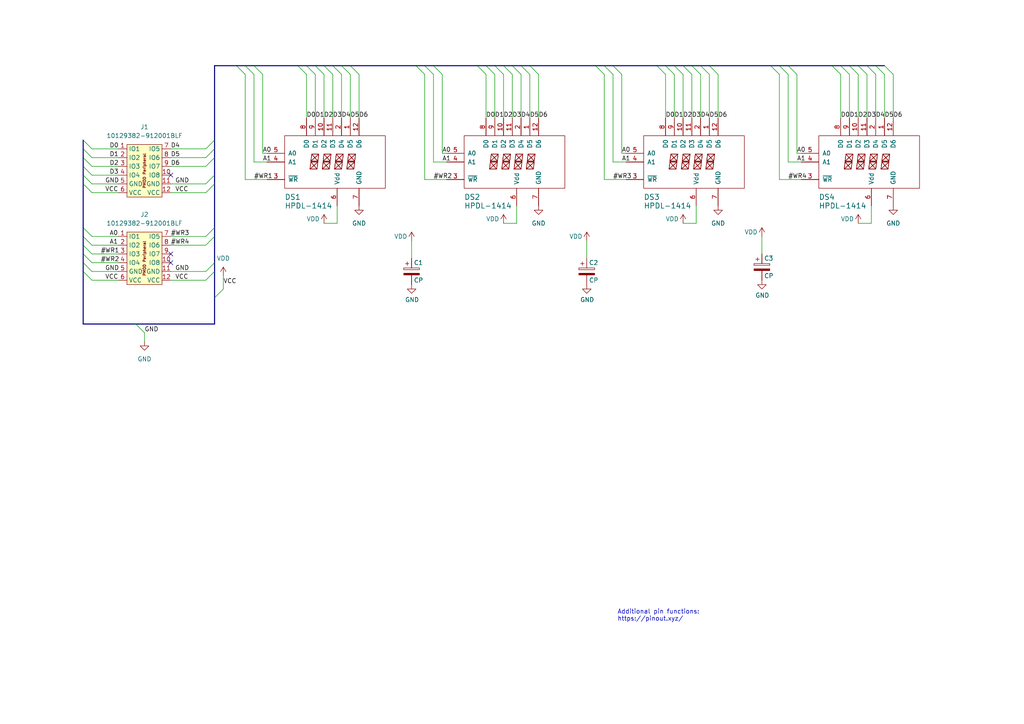
<source format=kicad_sch>
(kicad_sch (version 20230121) (generator eeschema)
  (paper "A4")
  (title_block (date "15 nov 2012"))
  (lib_symbols
    (symbol "Device:CP" (pin_numbers hide) (pin_names (offset 0.254))
      (property "Reference" "C" (at 0.635 2.54 0))
      (property "Value" "Device_CP" (at 0.635 -2.54 0))
      (symbol "CP_0_1"
        (rectangle (start -2.286 0.508) (end 2.286 1.016))
        (polyline (pts (xy -1.778 2.286) (xy -0.762 2.286)))
        (polyline (pts (xy -1.27 2.794) (xy -1.27 1.778)))
        (rectangle (start 2.286 -0.508) (end -2.286 -1.016) (fill (type outline)))
      )
      (symbol "CP_1_1"
        (pin passive line (at 0 3.81 270) (length 2.794) (name "~") (number "1"))
        (pin passive line (at 0 -3.81 90) (length 2.794) (name "~") (number "2"))
      )
    )
    (symbol "hpdl-1414:HPDL-1414" (pin_names (offset 1.016))
      (property "Reference" "DS" (at 20.32 -2.54 0))
      (property "Value" "HPDL-1414" (at 24.13 -6.35 0))
      (symbol "HPDL-1414_0_1"
        (rectangle (start -13.97 7.62) (end 15.24 -7.62))
        (polyline (pts (xy -6.35 0) (xy -4.572 -2.032)))
        (polyline (pts (xy -6.35 0) (xy -4.572 -2.032)))
        (polyline (pts (xy -6.096 2.286) (xy -4.318 0.254)))
        (polyline (pts (xy -6.096 2.286) (xy -4.318 0.254)))
        (polyline (pts (xy -4.318 0) (xy -6.604 -2.032)))
        (polyline (pts (xy -4.318 0) (xy -6.604 -2.032)))
        (polyline (pts (xy -4.064 2.286) (xy -6.35 0.254)))
        (polyline (pts (xy -4.064 2.286) (xy -6.35 0.254)))
        (polyline (pts (xy -2.794 0) (xy -1.016 -2.032)))
        (polyline (pts (xy -2.794 0) (xy -1.016 -2.032)))
        (polyline (pts (xy -2.54 2.286) (xy -0.762 0.254)))
        (polyline (pts (xy -2.54 2.286) (xy -0.762 0.254)))
        (polyline (pts (xy -0.762 0) (xy -3.048 -2.032)))
        (polyline (pts (xy -0.762 0) (xy -3.048 -2.032)))
        (polyline (pts (xy -0.508 2.286) (xy -2.794 0.254)))
        (polyline (pts (xy -0.508 2.286) (xy -2.794 0.254)))
        (polyline (pts (xy 0.762 0) (xy 2.54 -2.032)))
        (polyline (pts (xy 0.762 0) (xy 2.54 -2.032)))
        (polyline (pts (xy 1.016 2.286) (xy 2.794 0.254)))
        (polyline (pts (xy 1.016 2.286) (xy 2.794 0.254)))
        (polyline (pts (xy 2.794 0) (xy 0.508 -2.032)))
        (polyline (pts (xy 2.794 0) (xy 0.508 -2.032)))
        (polyline (pts (xy 3.048 2.286) (xy 0.762 0.254)))
        (polyline (pts (xy 3.048 2.286) (xy 0.762 0.254)))
        (polyline (pts (xy 4.318 0) (xy 6.096 -2.032)))
        (polyline (pts (xy 4.318 0) (xy 6.096 -2.032)))
        (polyline (pts (xy 4.572 2.286) (xy 6.35 0.254)))
        (polyline (pts (xy 4.572 2.286) (xy 6.35 0.254)))
        (polyline (pts (xy 6.35 0) (xy 4.064 -2.032)))
        (polyline (pts (xy 6.35 0) (xy 4.064 -2.032)))
        (polyline (pts (xy 6.604 2.286) (xy 4.318 0.254)))
        (polyline (pts (xy 6.604 2.286) (xy 4.318 0.254)))
        (polyline (pts (xy -6.35 0) (xy -4.318 0) (xy -4.572 -2.032) (xy -6.604 -2.032) (xy -6.35 0)))
        (polyline (pts (xy -6.35 0) (xy -4.318 0) (xy -4.572 -2.032) (xy -6.604 -2.032) (xy -6.35 0)))
        (polyline (pts (xy -6.096 2.286) (xy -4.064 2.286) (xy -4.318 0.254) (xy -6.35 0.254) (xy -6.096 2.286)))
        (polyline (pts (xy -6.096 2.286) (xy -4.064 2.286) (xy -4.318 0.254) (xy -6.35 0.254) (xy -6.096 2.286)))
        (polyline (pts (xy -2.794 0) (xy -0.762 0) (xy -1.016 -2.032) (xy -3.048 -2.032) (xy -2.794 0)))
        (polyline (pts (xy -2.794 0) (xy -0.762 0) (xy -1.016 -2.032) (xy -3.048 -2.032) (xy -2.794 0)))
        (polyline (pts (xy -2.54 2.286) (xy -0.508 2.286) (xy -0.762 0.254) (xy -2.794 0.254) (xy -2.54 2.286)))
        (polyline (pts (xy -2.54 2.286) (xy -0.508 2.286) (xy -0.762 0.254) (xy -2.794 0.254) (xy -2.54 2.286)))
        (polyline (pts (xy 0.762 0) (xy 2.794 0) (xy 2.54 -2.032) (xy 0.508 -2.032) (xy 0.762 0)))
        (polyline (pts (xy 0.762 0) (xy 2.794 0) (xy 2.54 -2.032) (xy 0.508 -2.032) (xy 0.762 0)))
        (polyline (pts (xy 1.016 2.286) (xy 3.048 2.286) (xy 2.794 0.254) (xy 0.762 0.254) (xy 1.016 2.286)))
        (polyline (pts (xy 1.016 2.286) (xy 3.048 2.286) (xy 2.794 0.254) (xy 0.762 0.254) (xy 1.016 2.286)))
        (polyline (pts (xy 4.318 0) (xy 6.35 0) (xy 6.096 -2.032) (xy 4.064 -2.032) (xy 4.318 0)))
        (polyline (pts (xy 4.318 0) (xy 6.35 0) (xy 6.096 -2.032) (xy 4.064 -2.032) (xy 4.318 0)))
        (polyline (pts (xy 4.572 2.286) (xy 6.604 2.286) (xy 6.35 0.254) (xy 4.318 0.254) (xy 4.572 2.286)))
        (polyline (pts (xy 4.572 2.286) (xy 6.604 2.286) (xy 6.35 0.254) (xy 4.318 0.254) (xy 4.572 2.286)))
      )
      (symbol "HPDL-1414_1_1"
        (pin input line (at 5.08 12.7 270) (length 5.08) (name "D5") (number "1"))
        (pin input line (at -2.54 12.7 270) (length 5.08) (name "D2") (number "10"))
        (pin input line (at 0 12.7 270) (length 5.08) (name "D3") (number "11"))
        (pin input line (at 7.62 12.7 270) (length 5.08) (name "D6") (number "12"))
        (pin input line (at 2.54 12.7 270) (length 5.08) (name "D4") (number "2"))
        (pin input line (at -19.05 -5.08 0) (length 5.08) (name "~{WR}") (number "3"))
        (pin input line (at -19.05 0 0) (length 5.08) (name "A1") (number "4"))
        (pin input line (at -19.05 2.54 0) (length 5.08) (name "A0") (number "5"))
        (pin input line (at 1.27 -12.7 90) (length 5.08) (name "Vdd") (number "6"))
        (pin input line (at 7.62 -12.7 90) (length 5.08) (name "GND") (number "7"))
        (pin input line (at -7.62 12.7 270) (length 5.08) (name "D0") (number "8"))
        (pin input line (at -5.08 12.7 270) (length 5.08) (name "D1") (number "9"))
      )
    )
    (symbol "pmod:PMOD_PERIPH_2x6"
      (property "Reference" "J" (at -3.81 12.7 0))
      (property "Value" "10129382-912001BLF" (at 2.54 -5.08 0))
      (symbol "PMOD_PERIPH_2x6_1_1"
        (rectangle (start -5.08 11.43) (end 5.08 -3.81) (fill (type background)))
        (text "PMOD Peripheral" (at 0 3.81 900) (effects (font (size 0.8 0.8))))
        (pin bidirectional line (at -7.62 10.16 0) (length 2.54) (name "IO1") (number "1"))
        (pin bidirectional line (at 7.62 2.54 180) (length 2.54) (name "IO8") (number "10"))
        (pin power_in line (at 7.62 0 180) (length 2.54) (name "GND") (number "11"))
        (pin power_in line (at 7.62 -2.54 180) (length 2.54) (name "VCC") (number "12"))
        (pin bidirectional line (at -7.62 7.62 0) (length 2.54) (name "IO2") (number "2"))
        (pin bidirectional line (at -7.62 5.08 0) (length 2.54) (name "IO3") (number "3"))
        (pin bidirectional line (at -7.62 2.54 0) (length 2.54) (name "IO4") (number "4"))
        (pin power_in line (at -7.62 0 0) (length 2.54) (name "GND") (number "5"))
        (pin power_in line (at -7.62 -2.54 0) (length 2.54) (name "VCC") (number "6"))
        (pin bidirectional line (at 7.62 10.16 180) (length 2.54) (name "IO5") (number "7"))
        (pin bidirectional line (at 7.62 7.62 180) (length 2.54) (name "IO6") (number "8"))
        (pin bidirectional line (at 7.62 5.08 180) (length 2.54) (name "IO7") (number "9"))
      )
    )
    (symbol "power:GND" (power) (pin_names (offset 0))
      (property "Value" "GND" (at 0 -3.81 0))
      (symbol "GND_0_1"
        (polyline (pts (xy 0 0) (xy 0 -1.27) (xy 1.27 -1.27) (xy 0 -2.54) (xy -1.27 -1.27) (xy 0 -1.27)))
      )
      (symbol "GND_1_1"
        (pin power_in line (at 0 0 270) (length 0) hide (name "GND") (number "1"))
      )
    )
    (symbol "power:VDD" (power) (pin_names (offset 0))
      (property "Value" "VDD" (at 0 3.81 0))
      (symbol "VDD_0_1"
        (polyline (pts (xy -0.762 1.27) (xy 0 2.54)))
        (polyline (pts (xy 0 0) (xy 0 2.54)))
        (polyline (pts (xy 0 2.54) (xy 0.762 1.27)))
      )
      (symbol "VDD_1_1"
        (pin power_in line (at 0 0 90) (length 0) hide (name "VDD") (number "1"))
      )
    )
  )
  (no_connect (at 49.53 50.8))
  (no_connect (at 49.53 73.66))
  (no_connect (at 49.53 76.2))
  (bus_entry (at 256.54 19.05) (size 2.54 2.54))
  (bus_entry (at 24.13 68.58) (size 2.54 2.54))
  (bus_entry (at 99.06 19.05) (size 2.54 2.54))
  (bus_entry (at 140.97 19.05) (size 2.54 2.54))
  (bus_entry (at 62.23 86.36) (size 2.54 -2.54))
  (bus_entry (at 200.66 19.05) (size 2.54 2.54))
  (bus_entry (at 96.52 19.05) (size 2.54 2.54))
  (bus_entry (at 226.06 19.05) (size 2.54 2.54))
  (bus_entry (at 59.69 68.58) (size 2.54 -2.54))
  (bus_entry (at 148.59 19.05) (size 2.54 2.54))
  (bus_entry (at 172.72 19.05) (size 2.54 2.54))
  (bus_entry (at 190.5 19.05) (size 2.54 2.54))
  (bus_entry (at 59.69 55.88) (size 2.54 -2.54))
  (bus_entry (at 205.74 19.05) (size 2.54 2.54))
  (bus_entry (at 59.69 71.12) (size 2.54 -2.54))
  (bus_entry (at 193.04 19.05) (size 2.54 2.54))
  (bus_entry (at 73.66 19.05) (size 2.54 2.54))
  (bus_entry (at 143.51 19.05) (size 2.54 2.54))
  (bus_entry (at 146.05 19.05) (size 2.54 2.54))
  (bus_entry (at 59.69 53.34) (size 2.54 -2.54))
  (bus_entry (at 24.13 66.04) (size 2.54 2.54))
  (bus_entry (at 59.69 45.72) (size 2.54 -2.54))
  (bus_entry (at 93.98 19.05) (size 2.54 2.54))
  (bus_entry (at 88.9 19.05) (size 2.54 2.54))
  (bus_entry (at 59.69 48.26) (size 2.54 -2.54))
  (bus_entry (at 39.37 93.98) (size 2.54 2.54))
  (bus_entry (at 24.13 73.66) (size 2.54 2.54))
  (bus_entry (at 203.2 19.05) (size 2.54 2.54))
  (bus_entry (at 243.84 19.05) (size 2.54 2.54))
  (bus_entry (at 120.65 19.05) (size 2.54 2.54))
  (bus_entry (at 71.12 19.05) (size 2.54 2.54))
  (bus_entry (at 246.38 19.05) (size 2.54 2.54))
  (bus_entry (at 59.69 78.74) (size 2.54 -2.54))
  (bus_entry (at 24.13 76.2) (size 2.54 2.54))
  (bus_entry (at 195.58 19.05) (size 2.54 2.54))
  (bus_entry (at 68.58 19.05) (size 2.54 2.54))
  (bus_entry (at 198.12 19.05) (size 2.54 2.54))
  (bus_entry (at 228.6 19.05) (size 2.54 2.54))
  (bus_entry (at 24.13 78.74) (size 2.54 2.54))
  (bus_entry (at 138.43 19.05) (size 2.54 2.54))
  (bus_entry (at 24.13 45.72) (size 2.54 2.54))
  (bus_entry (at 251.46 19.05) (size 2.54 2.54))
  (bus_entry (at 24.13 43.18) (size 2.54 2.54))
  (bus_entry (at 153.67 19.05) (size 2.54 2.54))
  (bus_entry (at 24.13 48.26) (size 2.54 2.54))
  (bus_entry (at 241.3 19.05) (size 2.54 2.54))
  (bus_entry (at 175.26 19.05) (size 2.54 2.54))
  (bus_entry (at 59.69 43.18) (size 2.54 -2.54))
  (bus_entry (at 86.36 19.05) (size 2.54 2.54))
  (bus_entry (at 125.73 19.05) (size 2.54 2.54))
  (bus_entry (at 101.6 19.05) (size 2.54 2.54))
  (bus_entry (at 177.8 19.05) (size 2.54 2.54))
  (bus_entry (at 223.52 19.05) (size 2.54 2.54))
  (bus_entry (at 59.69 81.28) (size 2.54 -2.54))
  (bus_entry (at 24.13 50.8) (size 2.54 2.54))
  (bus_entry (at 151.13 19.05) (size 2.54 2.54))
  (bus_entry (at 24.13 71.12) (size 2.54 2.54))
  (bus_entry (at 91.44 19.05) (size 2.54 2.54))
  (bus_entry (at 248.92 19.05) (size 2.54 2.54))
  (bus_entry (at 24.13 40.64) (size 2.54 2.54))
  (bus_entry (at 123.19 19.05) (size 2.54 2.54))
  (bus_entry (at 254 19.05) (size 2.54 2.54))
  (bus_entry (at 24.13 53.34) (size 2.54 2.54))
  (wire (pts (xy 26.67 55.88) (xy 34.29 55.88)))
  (wire (pts (xy 119.38 69.85) (xy 119.38 74.93)))
  (wire (pts (xy 231.14 44.45) (xy 232.41 44.45)))
  (wire (pts (xy 97.79 64.77) (xy 97.79 59.69)))
  (bus (pts (xy 62.23 45.72) (xy 62.23 50.8)))
  (wire (pts (xy 175.26 21.59) (xy 175.26 52.07)))
  (wire (pts (xy 246.38 21.59) (xy 246.38 34.29)))
  (bus (pts (xy 120.65 19.05) (xy 101.6 19.05)))
  (wire (pts (xy 26.67 45.72) (xy 34.29 45.72)))
  (bus (pts (xy 68.58 19.05) (xy 62.23 19.05)))
  (bus (pts (xy 246.38 19.05) (xy 243.84 19.05)))
  (wire (pts (xy 252.73 64.77) (xy 252.73 59.69)))
  (wire (pts (xy 231.14 21.59) (xy 231.14 44.45)))
  (wire (pts (xy 96.52 21.59) (xy 96.52 34.29)))
  (wire (pts (xy 71.12 52.07) (xy 77.47 52.07)))
  (wire (pts (xy 208.28 21.59) (xy 208.28 34.29)))
  (wire (pts (xy 26.67 68.58) (xy 34.29 68.58)))
  (bus (pts (xy 101.6 19.05) (xy 99.06 19.05)))
  (bus (pts (xy 62.23 78.74) (xy 62.23 86.36)))
  (bus (pts (xy 203.2 19.05) (xy 200.66 19.05)))
  (wire (pts (xy 256.54 21.59) (xy 256.54 34.29)))
  (bus (pts (xy 96.52 19.05) (xy 93.98 19.05)))
  (bus (pts (xy 62.23 53.34) (xy 62.23 66.04)))
  (wire (pts (xy 26.67 53.34) (xy 34.29 53.34)))
  (wire (pts (xy 88.9 21.59) (xy 88.9 34.29)))
  (bus (pts (xy 91.44 19.05) (xy 88.9 19.05)))
  (bus (pts (xy 93.98 19.05) (xy 91.44 19.05)))
  (bus (pts (xy 248.92 19.05) (xy 246.38 19.05)))
  (wire (pts (xy 143.51 21.59) (xy 143.51 34.29)))
  (wire (pts (xy 64.77 83.82) (xy 64.77 80.01)))
  (bus (pts (xy 24.13 53.34) (xy 24.13 66.04)))
  (bus (pts (xy 143.51 19.05) (xy 140.97 19.05)))
  (bus (pts (xy 205.74 19.05) (xy 203.2 19.05)))
  (bus (pts (xy 88.9 19.05) (xy 86.36 19.05)))
  (wire (pts (xy 177.8 21.59) (xy 177.8 46.99)))
  (wire (pts (xy 177.8 46.99) (xy 181.61 46.99)))
  (bus (pts (xy 123.19 19.05) (xy 120.65 19.05)))
  (wire (pts (xy 248.92 21.59) (xy 248.92 34.29)))
  (wire (pts (xy 49.53 81.28) (xy 59.69 81.28)))
  (bus (pts (xy 62.23 40.64) (xy 62.23 43.18)))
  (bus (pts (xy 73.66 19.05) (xy 71.12 19.05)))
  (wire (pts (xy 140.97 21.59) (xy 140.97 34.29)))
  (bus (pts (xy 200.66 19.05) (xy 198.12 19.05)))
  (wire (pts (xy 93.98 64.77) (xy 97.79 64.77)))
  (bus (pts (xy 24.13 71.12) (xy 24.13 73.66)))
  (wire (pts (xy 93.98 21.59) (xy 93.98 34.29)))
  (bus (pts (xy 138.43 19.05) (xy 125.73 19.05)))
  (bus (pts (xy 99.06 19.05) (xy 96.52 19.05)))
  (wire (pts (xy 148.59 21.59) (xy 148.59 34.29)))
  (bus (pts (xy 62.23 93.98) (xy 39.37 93.98)))
  (wire (pts (xy 198.12 21.59) (xy 198.12 34.29)))
  (wire (pts (xy 128.27 44.45) (xy 129.54 44.45)))
  (wire (pts (xy 104.14 21.59) (xy 104.14 34.29)))
  (bus (pts (xy 39.37 93.98) (xy 24.13 93.98)))
  (bus (pts (xy 24.13 76.2) (xy 24.13 78.74)))
  (wire (pts (xy 195.58 21.59) (xy 195.58 34.29)))
  (bus (pts (xy 151.13 19.05) (xy 148.59 19.05)))
  (wire (pts (xy 226.06 21.59) (xy 226.06 52.07)))
  (bus (pts (xy 177.8 19.05) (xy 175.26 19.05)))
  (bus (pts (xy 24.13 45.72) (xy 24.13 48.26)))
  (wire (pts (xy 146.05 64.77) (xy 149.86 64.77)))
  (bus (pts (xy 190.5 19.05) (xy 177.8 19.05)))
  (bus (pts (xy 24.13 66.04) (xy 24.13 68.58)))
  (bus (pts (xy 226.06 19.05) (xy 223.52 19.05)))
  (bus (pts (xy 62.23 86.36) (xy 62.23 93.98)))
  (bus (pts (xy 62.23 19.05) (xy 62.23 40.64)))
  (wire (pts (xy 26.67 71.12) (xy 34.29 71.12)))
  (wire (pts (xy 76.2 21.59) (xy 76.2 44.45)))
  (wire (pts (xy 128.27 21.59) (xy 128.27 44.45)))
  (wire (pts (xy 49.53 48.26) (xy 59.69 48.26)))
  (wire (pts (xy 180.34 21.59) (xy 180.34 44.45)))
  (wire (pts (xy 99.06 21.59) (xy 99.06 34.29)))
  (wire (pts (xy 170.18 69.85) (xy 170.18 74.93)))
  (bus (pts (xy 62.23 76.2) (xy 62.23 78.74)))
  (bus (pts (xy 148.59 19.05) (xy 146.05 19.05)))
  (bus (pts (xy 256.54 19.05) (xy 254 19.05)))
  (wire (pts (xy 205.74 21.59) (xy 205.74 34.29)))
  (wire (pts (xy 254 21.59) (xy 254 34.29)))
  (bus (pts (xy 24.13 40.64) (xy 24.13 43.18)))
  (wire (pts (xy 26.67 76.2) (xy 34.29 76.2)))
  (wire (pts (xy 49.53 53.34) (xy 59.69 53.34)))
  (wire (pts (xy 125.73 46.99) (xy 129.54 46.99)))
  (bus (pts (xy 86.36 19.05) (xy 73.66 19.05)))
  (wire (pts (xy 200.66 21.59) (xy 200.66 34.29)))
  (bus (pts (xy 62.23 50.8) (xy 62.23 53.34)))
  (wire (pts (xy 71.12 21.59) (xy 71.12 52.07)))
  (wire (pts (xy 193.04 21.59) (xy 193.04 34.29)))
  (bus (pts (xy 223.52 19.05) (xy 205.74 19.05)))
  (wire (pts (xy 49.53 71.12) (xy 59.69 71.12)))
  (bus (pts (xy 153.67 19.05) (xy 151.13 19.05)))
  (wire (pts (xy 151.13 21.59) (xy 151.13 34.29)))
  (bus (pts (xy 198.12 19.05) (xy 195.58 19.05)))
  (bus (pts (xy 254 19.05) (xy 251.46 19.05)))
  (wire (pts (xy 251.46 21.59) (xy 251.46 34.29)))
  (bus (pts (xy 62.23 43.18) (xy 62.23 45.72)))
  (wire (pts (xy 228.6 46.99) (xy 232.41 46.99)))
  (wire (pts (xy 201.93 64.77) (xy 201.93 59.69)))
  (bus (pts (xy 24.13 68.58) (xy 24.13 71.12)))
  (wire (pts (xy 91.44 21.59) (xy 91.44 34.29)))
  (wire (pts (xy 101.6 21.59) (xy 101.6 34.29)))
  (bus (pts (xy 24.13 48.26) (xy 24.13 50.8)))
  (wire (pts (xy 220.98 68.58) (xy 220.98 73.66)))
  (wire (pts (xy 49.53 43.18) (xy 59.69 43.18)))
  (wire (pts (xy 180.34 44.45) (xy 181.61 44.45)))
  (wire (pts (xy 149.86 64.77) (xy 149.86 59.69)))
  (wire (pts (xy 123.19 21.59) (xy 123.19 52.07)))
  (wire (pts (xy 243.84 21.59) (xy 243.84 34.29)))
  (wire (pts (xy 226.06 52.07) (xy 232.41 52.07)))
  (wire (pts (xy 49.53 68.58) (xy 59.69 68.58)))
  (wire (pts (xy 73.66 46.99) (xy 77.47 46.99)))
  (bus (pts (xy 125.73 19.05) (xy 123.19 19.05)))
  (bus (pts (xy 140.97 19.05) (xy 138.43 19.05)))
  (wire (pts (xy 156.21 21.59) (xy 156.21 34.29)))
  (wire (pts (xy 26.67 50.8) (xy 34.29 50.8)))
  (wire (pts (xy 125.73 21.59) (xy 125.73 46.99)))
  (bus (pts (xy 175.26 19.05) (xy 172.72 19.05)))
  (wire (pts (xy 49.53 45.72) (xy 59.69 45.72)))
  (bus (pts (xy 24.13 43.18) (xy 24.13 45.72)))
  (bus (pts (xy 228.6 19.05) (xy 226.06 19.05)))
  (wire (pts (xy 198.12 64.77) (xy 201.93 64.77)))
  (bus (pts (xy 62.23 68.58) (xy 62.23 76.2)))
  (bus (pts (xy 172.72 19.05) (xy 153.67 19.05)))
  (wire (pts (xy 26.67 48.26) (xy 34.29 48.26)))
  (bus (pts (xy 24.13 78.74) (xy 24.13 93.98)))
  (bus (pts (xy 71.12 19.05) (xy 68.58 19.05)))
  (bus (pts (xy 193.04 19.05) (xy 190.5 19.05)))
  (bus (pts (xy 24.13 50.8) (xy 24.13 53.34)))
  (bus (pts (xy 146.05 19.05) (xy 143.51 19.05)))
  (wire (pts (xy 76.2 44.45) (xy 77.47 44.45)))
  (wire (pts (xy 228.6 21.59) (xy 228.6 46.99)))
  (wire (pts (xy 248.92 64.77) (xy 252.73 64.77)))
  (bus (pts (xy 251.46 19.05) (xy 248.92 19.05)))
  (wire (pts (xy 26.67 81.28) (xy 34.29 81.28)))
  (wire (pts (xy 153.67 21.59) (xy 153.67 34.29)))
  (bus (pts (xy 241.3 19.05) (xy 228.6 19.05)))
  (wire (pts (xy 259.08 21.59) (xy 259.08 34.29)))
  (wire (pts (xy 73.66 21.59) (xy 73.66 46.99)))
  (wire (pts (xy 146.05 21.59) (xy 146.05 34.29)))
  (bus (pts (xy 24.13 73.66) (xy 24.13 76.2)))
  (wire (pts (xy 41.91 96.52) (xy 41.91 99.06)))
  (wire (pts (xy 26.67 43.18) (xy 34.29 43.18)))
  (wire (pts (xy 26.67 78.74) (xy 34.29 78.74)))
  (bus (pts (xy 195.58 19.05) (xy 193.04 19.05)))
  (wire (pts (xy 49.53 78.74) (xy 59.69 78.74)))
  (bus (pts (xy 243.84 19.05) (xy 241.3 19.05)))
  (wire (pts (xy 123.19 52.07) (xy 129.54 52.07)))
  (wire (pts (xy 175.26 52.07) (xy 181.61 52.07)))
  (wire (pts (xy 49.53 55.88) (xy 59.69 55.88)))
  (wire (pts (xy 203.2 21.59) (xy 203.2 34.29)))
  (bus (pts (xy 62.23 66.04) (xy 62.23 68.58)))
  (wire (pts (xy 26.67 73.66) (xy 34.29 73.66)))
  (text "Additional pin functions:\nhttps://pinout.xyz/" (at 179.07 180.34 0) (effects (font (size 1.27 1.27)) (justify left bottom)))
  (label "D0" (at 193.04 34.29 0))
  (label "D0" (at 31.75 43.18 0))
  (label "D5" (at 49.53 45.72 0))
  (label "D0" (at 243.84 34.29 0))
  (label "A1" (at 31.75 71.12 0))
  (label "D2" (at 198.12 34.29 0))
  (label "D5" (at 256.54 34.29 0))
  (label "D1" (at 246.38 34.29 0))
  (label "A0" (at 76.2 44.45 0))
  (label "D4" (at 99.06 34.29 0))
  (label "VCC" (at 64.77 82.55 0))
  (label "D1" (at 143.51 34.29 0))
  (label "D2" (at 146.05 34.29 0))
  (label "GND" (at 50.8 78.74 0))
  (label "#WR4" (at 49.53 71.12 0))
  (label "D6" (at 104.14 34.29 0))
  (label "D2" (at 93.98 34.29 0))
  (label "D4" (at 49.53 43.18 0))
  (label "GND" (at 30.48 53.34 0))
  (label "#WR4" (at 228.6 52.07 0))
  (label "VCC" (at 30.48 81.28 0))
  (label "D5" (at 101.6 34.29 0))
  (label "GND" (at 41.91 96.52 0))
  (label "VCC" (at 30.48 55.88 0))
  (label "#WR1" (at 29.21 73.66 0))
  (label "#WR1" (at 73.66 52.07 0))
  (label "D5" (at 205.74 34.29 0))
  (label "D3" (at 148.59 34.29 0))
  (label "D0" (at 88.9 34.29 0))
  (label "A0" (at 180.34 44.45 0))
  (label "D1" (at 91.44 34.29 0))
  (label "D6" (at 259.08 34.29 0))
  (label "D1" (at 195.58 34.29 0))
  (label "D2" (at 248.92 34.29 0))
  (label "A0" (at 231.14 44.45 0))
  (label "D0" (at 140.97 34.29 0))
  (label "A1" (at 180.34 46.99 0))
  (label "#WR3" (at 177.8 52.07 0))
  (label "D3" (at 31.75 50.8 0))
  (label "A0" (at 31.75 68.58 0))
  (label "A1" (at 128.27 46.99 0))
  (label "VCC" (at 50.8 81.28 0))
  (label "D1" (at 31.75 45.72 0))
  (label "A1" (at 231.14 46.99 0))
  (label "#WR2" (at 125.73 52.07 0))
  (label "A1" (at 76.2 46.99 0))
  (label "D4" (at 203.2 34.29 0))
  (label "D6" (at 156.21 34.29 0))
  (label "D2" (at 31.75 48.26 0))
  (label "#WR3" (at 49.53 68.58 0))
  (label "A0" (at 128.27 44.45 0))
  (label "#WR2" (at 29.21 76.2 0))
  (label "VCC" (at 50.8 55.88 0))
  (label "D5" (at 153.67 34.29 0))
  (label "D6" (at 49.53 48.26 0))
  (label "D3" (at 96.52 34.29 0))
  (label "D6" (at 208.28 34.29 0))
  (label "D3" (at 200.66 34.29 0))
  (label "GND" (at 30.48 78.74 0))
  (label "D4" (at 151.13 34.29 0))
  (label "D4" (at 254 34.29 0))
  (label "D3" (at 251.46 34.29 0))
  (label "GND" (at 50.8 53.34 0))
  (symbol (lib_id "power:VDD") (at 119.38 69.85 0) (unit 1)
    (property "Reference" "#PWR013" (effects hide))
    (property "Value" "VDD" (at 114.3 68.58 0) (effects (justify left)))
  )
  (symbol (lib_id "power:GND") (at 259.08 59.69 0) (unit 1)
    (property "Reference" "#PWR01" (effects hide))
    (property "Value" "GND" (at 259.08 64.77 0))
  )
  (symbol (lib_id "power:GND") (at 104.14 59.69 0) (unit 1)
    (property "Reference" "#PWR04" (effects hide))
    (property "Value" "GND" (at 104.14 64.77 0))
  )
  (symbol (lib_id "power:VDD") (at 220.98 68.58 0) (unit 1)
    (property "Reference" "#PWR015" (effects hide))
    (property "Value" "VDD" (at 215.9 67.31 0) (effects (justify left)))
  )
  (symbol (lib_id "power:VDD") (at 93.98 64.77 0) (unit 1)
    (property "Reference" "#PWR08" (effects hide))
    (property "Value" "VDD" (at 88.9 63.5 0) (effects (justify left)))
  )
  (symbol (lib_id "power:GND") (at 156.21 59.69 0) (unit 1)
    (property "Reference" "#PWR03" (effects hide))
    (property "Value" "GND" (at 156.21 64.77 0))
  )
  (symbol (lib_id "power:VDD") (at 64.77 80.01 0) (unit 1)
    (property "Reference" "#PWR06" (effects hide))
    (property "Value" "VDD" (at 64.77 74.93 0))
  )
  (symbol (lib_id "power:VDD") (at 170.18 69.85 0) (unit 1)
    (property "Reference" "#PWR011" (effects hide))
    (property "Value" "VDD" (at 165.1 68.58 0) (effects (justify left)))
  )
  (symbol (lib_id "pmod:PMOD_PERIPH_2x6") (at 41.91 78.74 0) (unit 1)
    (property "Reference" "J2" (at 41.91 62.23 0))
    (property "Value" "10129382-912001BLF" (at 41.91 64.77 0))
    (property "Footprint" "pmod:PinHeader_2x06_P2.54mm_PMODPeriph2B" (effects hide))
    (property "Datasheet" "https://cdn.amphenol-cs.com/media/wysiwyg/files/drawing/10129382.pdf" (effects hide))
    (property "LCSC Part" "C492434" (effects hide))
  )
  (symbol (lib_id "power:VDD") (at 248.92 64.77 0) (unit 1)
    (property "Reference" "#PWR010" (effects hide))
    (property "Value" "VDD" (at 243.84 63.5 0) (effects (justify left)))
  )
  (symbol (lib_id "Device:CP") (at 170.18 78.74 0) (unit 1)
    (property "Reference" "C2" (at 170.815 76.2 0) (effects (justify left)))
    (property "Value" "CP" (at 170.815 81.28 0) (effects (justify left)))
    (property "Footprint" "Capacitor_THT:C_Disc_D4.3mm_W1.9mm_P5.00mm" (effects hide))
  )
  (symbol (lib_id "power:VDD") (at 198.12 64.77 0) (unit 1)
    (property "Reference" "#PWR07" (effects hide))
    (property "Value" "VDD" (at 193.04 63.5 0) (effects (justify left)))
  )
  (symbol (lib_id "pmod:PMOD_PERIPH_2x6") (at 41.91 53.34 0) (unit 1)
    (property "Reference" "J1" (at 41.91 36.83 0))
    (property "Value" "10129382-912001BLF" (at 41.91 39.37 0))
    (property "Footprint" "pmod:PinHeader_2x06_P2.54mm_PMODPeriph2B" (effects hide))
    (property "Datasheet" "https://cdn.amphenol-cs.com/media/wysiwyg/files/drawing/10129382.pdf" (effects hide))
    (property "LCSC Part" "C492434" (effects hide))
  )
  (symbol (lib_id "power:GND") (at 220.98 81.28 0) (unit 1)
    (property "Reference" "#PWR016" (effects hide))
    (property "Value" "GND" (at 221.107 85.6742 0))
  )
  (symbol (lib_id "Device:CP") (at 119.38 78.74 0) (unit 1)
    (property "Reference" "C1" (at 120.015 76.2 0) (effects (justify left)))
    (property "Value" "CP" (at 120.015 81.28 0) (effects (justify left)))
    (property "Footprint" "Capacitor_THT:C_Disc_D4.3mm_W1.9mm_P5.00mm" (effects hide))
  )
  (symbol (lib_id "hpdl-1414:HPDL-1414") (at 251.46 46.99 0) (unit 1)
    (property "Reference" "DS4" (at 237.49 57.15 0) (effects (font (size 1.524 1.524)) (justify left)))
    (property "Value" "HPDL-1414" (at 237.49 59.69 0) (effects (font (size 1.524 1.524)) (justify left)))
    (property "Footprint" "hpdl_1414:hpdl-1414" (effects hide))
  )
  (symbol (lib_id "power:VDD") (at 146.05 64.77 0) (unit 1)
    (property "Reference" "#PWR09" (effects hide))
    (property "Value" "VDD" (at 140.97 63.5 0) (effects (justify left)))
  )
  (symbol (lib_id "power:GND") (at 41.91 99.06 0) (unit 1)
    (property "Reference" "#PWR05" (effects hide))
    (property "Value" "GND" (at 41.91 104.14 0))
  )
  (symbol (lib_id "power:GND") (at 170.18 82.55 0) (unit 1)
    (property "Reference" "#PWR014" (effects hide))
    (property "Value" "GND" (at 170.307 86.9442 0))
  )
  (symbol (lib_id "hpdl-1414:HPDL-1414") (at 148.59 46.99 0) (unit 1)
    (property "Reference" "DS2" (at 134.62 57.15 0) (effects (font (size 1.524 1.524)) (justify left)))
    (property "Value" "HPDL-1414" (at 134.62 59.69 0) (effects (font (size 1.524 1.524)) (justify left)))
    (property "Footprint" "hpdl_1414:hpdl-1414" (effects hide))
  )
  (symbol (lib_id "power:GND") (at 119.38 82.55 0) (unit 1)
    (property "Reference" "#PWR012" (effects hide))
    (property "Value" "GND" (at 119.507 86.9442 0))
  )
  (symbol (lib_id "Device:CP") (at 220.98 77.47 0) (unit 1)
    (property "Reference" "C3" (at 221.615 74.93 0) (effects (justify left)))
    (property "Value" "CP" (at 221.615 80.01 0) (effects (justify left)))
    (property "Footprint" "Capacitor_THT:C_Disc_D4.3mm_W1.9mm_P5.00mm" (effects hide))
  )
  (symbol (lib_id "hpdl-1414:HPDL-1414") (at 200.66 46.99 0) (unit 1)
    (property "Reference" "DS3" (at 186.69 57.15 0) (effects (font (size 1.524 1.524)) (justify left)))
    (property "Value" "HPDL-1414" (at 186.69 59.69 0) (effects (font (size 1.524 1.524)) (justify left)))
    (property "Footprint" "hpdl_1414:hpdl-1414" (effects hide))
  )
  (symbol (lib_id "power:GND") (at 208.28 59.69 0) (unit 1)
    (property "Reference" "#PWR02" (effects hide))
    (property "Value" "GND" (at 208.28 64.77 0))
  )
  (symbol (lib_id "hpdl-1414:HPDL-1414") (at 96.52 46.99 0) (unit 1)
    (property "Reference" "DS1" (at 82.55 57.15 0) (effects (font (size 1.524 1.524)) (justify left)))
    (property "Value" "HPDL-1414" (at 82.55 59.69 0) (effects (font (size 1.524 1.524)) (justify left)))
    (property "Footprint" "hpdl_1414:hpdl-1414" (effects hide))
  )
)
</source>
